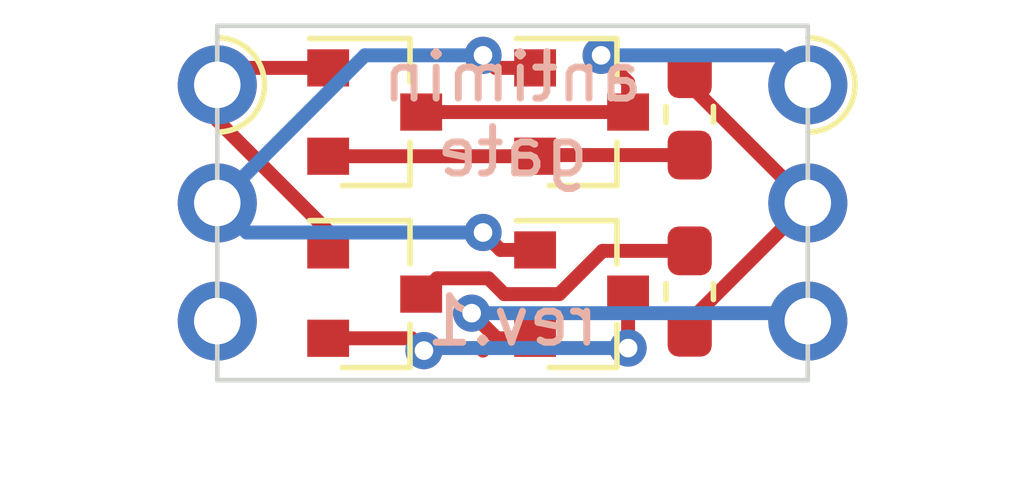
<source format=kicad_pcb>
(kicad_pcb (version 20171130) (host pcbnew 5.1.6)

  (general
    (thickness 1.6)
    (drawings 6)
    (tracks 54)
    (zones 0)
    (modules 8)
    (nets 10)
  )

  (page A4)
  (layers
    (0 F.Cu signal)
    (31 B.Cu signal)
    (32 B.Adhes user)
    (33 F.Adhes user)
    (34 B.Paste user)
    (35 F.Paste user)
    (36 B.SilkS user)
    (37 F.SilkS user)
    (38 B.Mask user)
    (39 F.Mask user)
    (40 Dwgs.User user)
    (41 Cmts.User user)
    (42 Eco1.User user)
    (43 Eco2.User user)
    (44 Edge.Cuts user)
    (45 Margin user)
    (46 B.CrtYd user)
    (47 F.CrtYd user)
    (48 B.Fab user)
    (49 F.Fab user)
  )

  (setup
    (last_trace_width 0.3)
    (user_trace_width 0.3)
    (trace_clearance 0.2)
    (zone_clearance 0.508)
    (zone_45_only no)
    (trace_min 0.2)
    (via_size 0.8)
    (via_drill 0.4)
    (via_min_size 0.4)
    (via_min_drill 0.3)
    (uvia_size 0.3)
    (uvia_drill 0.1)
    (uvias_allowed no)
    (uvia_min_size 0.2)
    (uvia_min_drill 0.1)
    (edge_width 0.05)
    (segment_width 0.2)
    (pcb_text_width 0.3)
    (pcb_text_size 1.5 1.5)
    (mod_edge_width 0.12)
    (mod_text_size 1 1)
    (mod_text_width 0.15)
    (pad_size 1.524 1.524)
    (pad_drill 0.762)
    (pad_to_mask_clearance 0.05)
    (aux_axis_origin 0 0)
    (visible_elements FFFFFF7F)
    (pcbplotparams
      (layerselection 0x010fc_ffffffff)
      (usegerberextensions false)
      (usegerberattributes true)
      (usegerberadvancedattributes true)
      (creategerberjobfile true)
      (excludeedgelayer true)
      (linewidth 0.100000)
      (plotframeref false)
      (viasonmask false)
      (mode 1)
      (useauxorigin false)
      (hpglpennumber 1)
      (hpglpenspeed 20)
      (hpglpendiameter 15.000000)
      (psnegative false)
      (psa4output false)
      (plotreference true)
      (plotvalue true)
      (plotinvisibletext false)
      (padsonsilk false)
      (subtractmaskfromsilk false)
      (outputformat 1)
      (mirror false)
      (drillshape 0)
      (scaleselection 1)
      (outputdirectory ""))
  )

  (net 0 "")
  (net 1 Vss)
  (net 2 Out)
  (net 3 B)
  (net 4 Vdd)
  (net 5 A)
  (net 6 "Net-(Q1-Pad2)")
  (net 7 "Net-(Q3-Pad3)")
  (net 8 "Net-(Q3-Pad2)")
  (net 9 "Net-(J1-Pad3)")

  (net_class Default "This is the default net class."
    (clearance 0.2)
    (trace_width 0.25)
    (via_dia 0.8)
    (via_drill 0.4)
    (uvia_dia 0.3)
    (uvia_drill 0.1)
    (add_net A)
    (add_net B)
    (add_net "Net-(J1-Pad3)")
    (add_net "Net-(Q1-Pad2)")
    (add_net "Net-(Q3-Pad2)")
    (add_net "Net-(Q3-Pad3)")
    (add_net Out)
    (add_net Vdd)
    (add_net Vss)
  )

  (module Resistor_SMD:R_0603_1608Metric_Pad1.05x0.95mm_HandSolder (layer F.Cu) (tedit 5B301BBD) (tstamp 5FE252E8)
    (at 88.265 56.515 90)
    (descr "Resistor SMD 0603 (1608 Metric), square (rectangular) end terminal, IPC_7351 nominal with elongated pad for handsoldering. (Body size source: http://www.tortai-tech.com/upload/download/2011102023233369053.pdf), generated with kicad-footprint-generator")
    (tags "resistor handsolder")
    (path /5FDFECE1)
    (attr smd)
    (fp_text reference R2 (at 0 -1.43 90) (layer F.SilkS) hide
      (effects (font (size 1 1) (thickness 0.15)))
    )
    (fp_text value 12k (at 0 1.43 90) (layer F.Fab)
      (effects (font (size 1 1) (thickness 0.15)))
    )
    (fp_line (start 1.65 0.73) (end -1.65 0.73) (layer F.CrtYd) (width 0.05))
    (fp_line (start 1.65 -0.73) (end 1.65 0.73) (layer F.CrtYd) (width 0.05))
    (fp_line (start -1.65 -0.73) (end 1.65 -0.73) (layer F.CrtYd) (width 0.05))
    (fp_line (start -1.65 0.73) (end -1.65 -0.73) (layer F.CrtYd) (width 0.05))
    (fp_line (start -0.171267 0.51) (end 0.171267 0.51) (layer F.SilkS) (width 0.12))
    (fp_line (start -0.171267 -0.51) (end 0.171267 -0.51) (layer F.SilkS) (width 0.12))
    (fp_line (start 0.8 0.4) (end -0.8 0.4) (layer F.Fab) (width 0.1))
    (fp_line (start 0.8 -0.4) (end 0.8 0.4) (layer F.Fab) (width 0.1))
    (fp_line (start -0.8 -0.4) (end 0.8 -0.4) (layer F.Fab) (width 0.1))
    (fp_line (start -0.8 0.4) (end -0.8 -0.4) (layer F.Fab) (width 0.1))
    (fp_text user %R (at 0 0 90) (layer F.Fab)
      (effects (font (size 0.4 0.4) (thickness 0.06)))
    )
    (pad 1 smd roundrect (at -0.875 0 90) (size 1.05 0.95) (layers F.Cu F.Paste F.Mask) (roundrect_rratio 0.25)
      (net 2 Out))
    (pad 2 smd roundrect (at 0.875 0 90) (size 1.05 0.95) (layers F.Cu F.Paste F.Mask) (roundrect_rratio 0.25)
      (net 7 "Net-(Q3-Pad3)"))
    (model ${KISYS3DMOD}/Resistor_SMD.3dshapes/R_0603_1608Metric.wrl
      (at (xyz 0 0 0))
      (scale (xyz 1 1 1))
      (rotate (xyz 0 0 0))
    )
  )

  (module Resistor_SMD:R_0603_1608Metric_Pad1.05x0.95mm_HandSolder (layer F.Cu) (tedit 5B301BBD) (tstamp 5FE252D7)
    (at 88.265 52.705 90)
    (descr "Resistor SMD 0603 (1608 Metric), square (rectangular) end terminal, IPC_7351 nominal with elongated pad for handsoldering. (Body size source: http://www.tortai-tech.com/upload/download/2011102023233369053.pdf), generated with kicad-footprint-generator")
    (tags "resistor handsolder")
    (path /5FEDDDB7)
    (attr smd)
    (fp_text reference R1 (at 0 -1.43 90) (layer F.SilkS) hide
      (effects (font (size 1 1) (thickness 0.15)))
    )
    (fp_text value 12k (at 0 1.43 90) (layer F.Fab)
      (effects (font (size 1 1) (thickness 0.15)))
    )
    (fp_text user %R (at 0 0 90) (layer F.Fab)
      (effects (font (size 0.4 0.4) (thickness 0.06)))
    )
    (fp_line (start -0.8 0.4) (end -0.8 -0.4) (layer F.Fab) (width 0.1))
    (fp_line (start -0.8 -0.4) (end 0.8 -0.4) (layer F.Fab) (width 0.1))
    (fp_line (start 0.8 -0.4) (end 0.8 0.4) (layer F.Fab) (width 0.1))
    (fp_line (start 0.8 0.4) (end -0.8 0.4) (layer F.Fab) (width 0.1))
    (fp_line (start -0.171267 -0.51) (end 0.171267 -0.51) (layer F.SilkS) (width 0.12))
    (fp_line (start -0.171267 0.51) (end 0.171267 0.51) (layer F.SilkS) (width 0.12))
    (fp_line (start -1.65 0.73) (end -1.65 -0.73) (layer F.CrtYd) (width 0.05))
    (fp_line (start -1.65 -0.73) (end 1.65 -0.73) (layer F.CrtYd) (width 0.05))
    (fp_line (start 1.65 -0.73) (end 1.65 0.73) (layer F.CrtYd) (width 0.05))
    (fp_line (start 1.65 0.73) (end -1.65 0.73) (layer F.CrtYd) (width 0.05))
    (pad 2 smd roundrect (at 0.875 0 90) (size 1.05 0.95) (layers F.Cu F.Paste F.Mask) (roundrect_rratio 0.25)
      (net 2 Out))
    (pad 1 smd roundrect (at -0.875 0 90) (size 1.05 0.95) (layers F.Cu F.Paste F.Mask) (roundrect_rratio 0.25)
      (net 6 "Net-(Q1-Pad2)"))
    (model ${KISYS3DMOD}/Resistor_SMD.3dshapes/R_0603_1608Metric.wrl
      (at (xyz 0 0 0))
      (scale (xyz 1 1 1))
      (rotate (xyz 0 0 0))
    )
  )

  (module Package_TO_SOT_SMD:SOT-23 (layer F.Cu) (tedit 5A02FF57) (tstamp 5FE252C6)
    (at 85.94 56.57)
    (descr "SOT-23, Standard")
    (tags SOT-23)
    (path /5FDF6C13)
    (attr smd)
    (fp_text reference Q4 (at 0 -2.5) (layer F.SilkS) hide
      (effects (font (size 1 1) (thickness 0.15)))
    )
    (fp_text value 2N7002E (at 0 2.5) (layer F.Fab)
      (effects (font (size 1 1) (thickness 0.15)))
    )
    (fp_text user %R (at 0 0 90) (layer F.Fab)
      (effects (font (size 0.5 0.5) (thickness 0.075)))
    )
    (fp_line (start -0.7 -0.95) (end -0.7 1.5) (layer F.Fab) (width 0.1))
    (fp_line (start -0.15 -1.52) (end 0.7 -1.52) (layer F.Fab) (width 0.1))
    (fp_line (start -0.7 -0.95) (end -0.15 -1.52) (layer F.Fab) (width 0.1))
    (fp_line (start 0.7 -1.52) (end 0.7 1.52) (layer F.Fab) (width 0.1))
    (fp_line (start -0.7 1.52) (end 0.7 1.52) (layer F.Fab) (width 0.1))
    (fp_line (start 0.76 1.58) (end 0.76 0.65) (layer F.SilkS) (width 0.12))
    (fp_line (start 0.76 -1.58) (end 0.76 -0.65) (layer F.SilkS) (width 0.12))
    (fp_line (start -1.7 -1.75) (end 1.7 -1.75) (layer F.CrtYd) (width 0.05))
    (fp_line (start 1.7 -1.75) (end 1.7 1.75) (layer F.CrtYd) (width 0.05))
    (fp_line (start 1.7 1.75) (end -1.7 1.75) (layer F.CrtYd) (width 0.05))
    (fp_line (start -1.7 1.75) (end -1.7 -1.75) (layer F.CrtYd) (width 0.05))
    (fp_line (start 0.76 -1.58) (end -1.4 -1.58) (layer F.SilkS) (width 0.12))
    (fp_line (start 0.76 1.58) (end -0.7 1.58) (layer F.SilkS) (width 0.12))
    (pad 3 smd rect (at 1 0) (size 0.9 0.8) (layers F.Cu F.Paste F.Mask)
      (net 8 "Net-(Q3-Pad2)"))
    (pad 2 smd rect (at -1 0.95) (size 0.9 0.8) (layers F.Cu F.Paste F.Mask)
      (net 1 Vss))
    (pad 1 smd rect (at -1 -0.95) (size 0.9 0.8) (layers F.Cu F.Paste F.Mask)
      (net 3 B))
    (model ${KISYS3DMOD}/Package_TO_SOT_SMD.3dshapes/SOT-23.wrl
      (at (xyz 0 0 0))
      (scale (xyz 1 1 1))
      (rotate (xyz 0 0 0))
    )
  )

  (module Package_TO_SOT_SMD:SOT-23 (layer F.Cu) (tedit 5A02FF57) (tstamp 5FE252B1)
    (at 81.49 56.57)
    (descr "SOT-23, Standard")
    (tags SOT-23)
    (path /5FDF24F2)
    (attr smd)
    (fp_text reference Q3 (at 0 -2.5) (layer F.SilkS) hide
      (effects (font (size 1 1) (thickness 0.15)))
    )
    (fp_text value 2N7002E (at 0 2.5) (layer F.Fab)
      (effects (font (size 1 1) (thickness 0.15)))
    )
    (fp_text user %R (at 0 0 90) (layer F.Fab)
      (effects (font (size 0.5 0.5) (thickness 0.075)))
    )
    (fp_line (start -0.7 -0.95) (end -0.7 1.5) (layer F.Fab) (width 0.1))
    (fp_line (start -0.15 -1.52) (end 0.7 -1.52) (layer F.Fab) (width 0.1))
    (fp_line (start -0.7 -0.95) (end -0.15 -1.52) (layer F.Fab) (width 0.1))
    (fp_line (start 0.7 -1.52) (end 0.7 1.52) (layer F.Fab) (width 0.1))
    (fp_line (start -0.7 1.52) (end 0.7 1.52) (layer F.Fab) (width 0.1))
    (fp_line (start 0.76 1.58) (end 0.76 0.65) (layer F.SilkS) (width 0.12))
    (fp_line (start 0.76 -1.58) (end 0.76 -0.65) (layer F.SilkS) (width 0.12))
    (fp_line (start -1.7 -1.75) (end 1.7 -1.75) (layer F.CrtYd) (width 0.05))
    (fp_line (start 1.7 -1.75) (end 1.7 1.75) (layer F.CrtYd) (width 0.05))
    (fp_line (start 1.7 1.75) (end -1.7 1.75) (layer F.CrtYd) (width 0.05))
    (fp_line (start -1.7 1.75) (end -1.7 -1.75) (layer F.CrtYd) (width 0.05))
    (fp_line (start 0.76 -1.58) (end -1.4 -1.58) (layer F.SilkS) (width 0.12))
    (fp_line (start 0.76 1.58) (end -0.7 1.58) (layer F.SilkS) (width 0.12))
    (pad 3 smd rect (at 1 0) (size 0.9 0.8) (layers F.Cu F.Paste F.Mask)
      (net 7 "Net-(Q3-Pad3)"))
    (pad 2 smd rect (at -1 0.95) (size 0.9 0.8) (layers F.Cu F.Paste F.Mask)
      (net 8 "Net-(Q3-Pad2)"))
    (pad 1 smd rect (at -1 -0.95) (size 0.9 0.8) (layers F.Cu F.Paste F.Mask)
      (net 5 A))
    (model ${KISYS3DMOD}/Package_TO_SOT_SMD.3dshapes/SOT-23.wrl
      (at (xyz 0 0 0))
      (scale (xyz 1 1 1))
      (rotate (xyz 0 0 0))
    )
  )

  (module Package_TO_SOT_SMD:SOT-23 (layer F.Cu) (tedit 5A02FF57) (tstamp 5FE2529C)
    (at 85.94 52.655)
    (descr "SOT-23, Standard")
    (tags SOT-23)
    (path /5FDEFB0A)
    (attr smd)
    (fp_text reference Q2 (at 0 -2.5) (layer F.SilkS) hide
      (effects (font (size 1 1) (thickness 0.15)))
    )
    (fp_text value BSS84 (at 0 2.5) (layer F.Fab)
      (effects (font (size 1 1) (thickness 0.15)))
    )
    (fp_text user %R (at 0 0 90) (layer F.Fab)
      (effects (font (size 0.5 0.5) (thickness 0.075)))
    )
    (fp_line (start -0.7 -0.95) (end -0.7 1.5) (layer F.Fab) (width 0.1))
    (fp_line (start -0.15 -1.52) (end 0.7 -1.52) (layer F.Fab) (width 0.1))
    (fp_line (start -0.7 -0.95) (end -0.15 -1.52) (layer F.Fab) (width 0.1))
    (fp_line (start 0.7 -1.52) (end 0.7 1.52) (layer F.Fab) (width 0.1))
    (fp_line (start -0.7 1.52) (end 0.7 1.52) (layer F.Fab) (width 0.1))
    (fp_line (start 0.76 1.58) (end 0.76 0.65) (layer F.SilkS) (width 0.12))
    (fp_line (start 0.76 -1.58) (end 0.76 -0.65) (layer F.SilkS) (width 0.12))
    (fp_line (start -1.7 -1.75) (end 1.7 -1.75) (layer F.CrtYd) (width 0.05))
    (fp_line (start 1.7 -1.75) (end 1.7 1.75) (layer F.CrtYd) (width 0.05))
    (fp_line (start 1.7 1.75) (end -1.7 1.75) (layer F.CrtYd) (width 0.05))
    (fp_line (start -1.7 1.75) (end -1.7 -1.75) (layer F.CrtYd) (width 0.05))
    (fp_line (start 0.76 -1.58) (end -1.4 -1.58) (layer F.SilkS) (width 0.12))
    (fp_line (start 0.76 1.58) (end -0.7 1.58) (layer F.SilkS) (width 0.12))
    (pad 3 smd rect (at 1 0) (size 0.9 0.8) (layers F.Cu F.Paste F.Mask)
      (net 4 Vdd))
    (pad 2 smd rect (at -1 0.95) (size 0.9 0.8) (layers F.Cu F.Paste F.Mask)
      (net 6 "Net-(Q1-Pad2)"))
    (pad 1 smd rect (at -1 -0.95) (size 0.9 0.8) (layers F.Cu F.Paste F.Mask)
      (net 3 B))
    (model ${KISYS3DMOD}/Package_TO_SOT_SMD.3dshapes/SOT-23.wrl
      (at (xyz 0 0 0))
      (scale (xyz 1 1 1))
      (rotate (xyz 0 0 0))
    )
  )

  (module Package_TO_SOT_SMD:SOT-23 (layer F.Cu) (tedit 5A02FF57) (tstamp 5FE25287)
    (at 81.49 52.655)
    (descr "SOT-23, Standard")
    (tags SOT-23)
    (path /5FDF1E4D)
    (attr smd)
    (fp_text reference Q1 (at 0 -2.5) (layer F.SilkS) hide
      (effects (font (size 1 1) (thickness 0.15)))
    )
    (fp_text value BSS84 (at 0 2.5) (layer F.Fab)
      (effects (font (size 1 1) (thickness 0.15)))
    )
    (fp_text user %R (at 0 0 90) (layer F.Fab)
      (effects (font (size 0.5 0.5) (thickness 0.075)))
    )
    (fp_line (start -0.7 -0.95) (end -0.7 1.5) (layer F.Fab) (width 0.1))
    (fp_line (start -0.15 -1.52) (end 0.7 -1.52) (layer F.Fab) (width 0.1))
    (fp_line (start -0.7 -0.95) (end -0.15 -1.52) (layer F.Fab) (width 0.1))
    (fp_line (start 0.7 -1.52) (end 0.7 1.52) (layer F.Fab) (width 0.1))
    (fp_line (start -0.7 1.52) (end 0.7 1.52) (layer F.Fab) (width 0.1))
    (fp_line (start 0.76 1.58) (end 0.76 0.65) (layer F.SilkS) (width 0.12))
    (fp_line (start 0.76 -1.58) (end 0.76 -0.65) (layer F.SilkS) (width 0.12))
    (fp_line (start -1.7 -1.75) (end 1.7 -1.75) (layer F.CrtYd) (width 0.05))
    (fp_line (start 1.7 -1.75) (end 1.7 1.75) (layer F.CrtYd) (width 0.05))
    (fp_line (start 1.7 1.75) (end -1.7 1.75) (layer F.CrtYd) (width 0.05))
    (fp_line (start -1.7 1.75) (end -1.7 -1.75) (layer F.CrtYd) (width 0.05))
    (fp_line (start 0.76 -1.58) (end -1.4 -1.58) (layer F.SilkS) (width 0.12))
    (fp_line (start 0.76 1.58) (end -0.7 1.58) (layer F.SilkS) (width 0.12))
    (pad 3 smd rect (at 1 0) (size 0.9 0.8) (layers F.Cu F.Paste F.Mask)
      (net 4 Vdd))
    (pad 2 smd rect (at -1 0.95) (size 0.9 0.8) (layers F.Cu F.Paste F.Mask)
      (net 6 "Net-(Q1-Pad2)"))
    (pad 1 smd rect (at -1 -0.95) (size 0.9 0.8) (layers F.Cu F.Paste F.Mask)
      (net 5 A))
    (model ${KISYS3DMOD}/Package_TO_SOT_SMD.3dshapes/SOT-23.wrl
      (at (xyz 0 0 0))
      (scale (xyz 1 1 1))
      (rotate (xyz 0 0 0))
    )
  )

  (module Castellation:Edge_Castellation_1x03_P2.54 (layer F.Cu) (tedit 5FE23D9F) (tstamp 5FE25272)
    (at 90.805 52.07)
    (descr "Edge Castellation, 1x03, 2.54mm pitch, single row")
    (tags "Castellation Edge 1x03 2.54mm single row")
    (path /5FE289D5)
    (fp_text reference J2 (at 0 -2.54) (layer F.SilkS) hide
      (effects (font (size 1 1) (thickness 0.15)))
    )
    (fp_text value Conn_01x03 (at 0 7.85) (layer F.Fab)
      (effects (font (size 1 1) (thickness 0.15)))
    )
    (fp_text user %R (at 0 2.54 90) (layer F.Fab)
      (effects (font (size 1 1) (thickness 0.15)))
    )
    (fp_arc (start 0 0) (end 0 1.016) (angle -180) (layer F.SilkS) (width 0.12))
    (fp_line (start -1.8 6.85) (end -1.8 -1.8) (layer F.CrtYd) (width 0.05))
    (fp_line (start 1.75 6.85) (end -1.8 6.85) (layer F.CrtYd) (width 0.05))
    (fp_line (start 1.75 -1.8) (end 1.75 6.85) (layer F.CrtYd) (width 0.05))
    (fp_line (start -1.8 -1.8) (end 1.75 -1.8) (layer F.CrtYd) (width 0.05))
    (fp_line (start -1.27 6.35) (end -1.27 -1.27) (layer F.Fab) (width 0.1))
    (fp_line (start 1.27 6.35) (end -1.27 6.35) (layer F.Fab) (width 0.1))
    (fp_line (start 1.27 -0.635) (end 1.27 6.35) (layer F.Fab) (width 0.1))
    (fp_line (start 0.635 -1.27) (end 1.27 -0.635) (layer F.Fab) (width 0.1))
    (fp_line (start -1.27 -1.27) (end 0.635 -1.27) (layer F.Fab) (width 0.1))
    (pad 1 thru_hole oval (at 0 0) (size 1.7 1.7) (drill 1) (layers *.Cu *.Mask)
      (net 4 Vdd))
    (pad 2 thru_hole oval (at 0 2.54) (size 1.7 1.7) (drill 1) (layers *.Cu *.Mask)
      (net 2 Out))
    (pad 3 thru_hole oval (at 0 5.08) (size 1.7 1.7) (drill 1) (layers *.Cu *.Mask)
      (net 1 Vss))
  )

  (module Castellation:Edge_Castellation_1x03_P2.54 (layer F.Cu) (tedit 5FE23D9F) (tstamp 5FE25260)
    (at 78.105 52.07)
    (descr "Edge Castellation, 1x03, 2.54mm pitch, single row")
    (tags "Castellation Edge 1x03 2.54mm single row")
    (path /5FE257B2)
    (fp_text reference J1 (at 0 -2.54) (layer F.SilkS) hide
      (effects (font (size 1 1) (thickness 0.15)))
    )
    (fp_text value Conn_01x03 (at 0 7.85) (layer F.Fab)
      (effects (font (size 1 1) (thickness 0.15)))
    )
    (fp_text user %R (at 0 2.54 90) (layer F.Fab)
      (effects (font (size 1 1) (thickness 0.15)))
    )
    (fp_arc (start 0 0) (end 0 1.016) (angle -180) (layer F.SilkS) (width 0.12))
    (fp_line (start -1.8 6.85) (end -1.8 -1.8) (layer F.CrtYd) (width 0.05))
    (fp_line (start 1.75 6.85) (end -1.8 6.85) (layer F.CrtYd) (width 0.05))
    (fp_line (start 1.75 -1.8) (end 1.75 6.85) (layer F.CrtYd) (width 0.05))
    (fp_line (start -1.8 -1.8) (end 1.75 -1.8) (layer F.CrtYd) (width 0.05))
    (fp_line (start -1.27 6.35) (end -1.27 -1.27) (layer F.Fab) (width 0.1))
    (fp_line (start 1.27 6.35) (end -1.27 6.35) (layer F.Fab) (width 0.1))
    (fp_line (start 1.27 -0.635) (end 1.27 6.35) (layer F.Fab) (width 0.1))
    (fp_line (start 0.635 -1.27) (end 1.27 -0.635) (layer F.Fab) (width 0.1))
    (fp_line (start -1.27 -1.27) (end 0.635 -1.27) (layer F.Fab) (width 0.1))
    (pad 1 thru_hole oval (at 0 0) (size 1.7 1.7) (drill 1) (layers *.Cu *.Mask)
      (net 5 A))
    (pad 2 thru_hole oval (at 0 2.54) (size 1.7 1.7) (drill 1) (layers *.Cu *.Mask)
      (net 3 B))
    (pad 3 thru_hole oval (at 0 5.08) (size 1.7 1.7) (drill 1) (layers *.Cu *.Mask)
      (net 9 "Net-(J1-Pad3)"))
  )

  (gr_text rev.1 (at 84.455 57.15) (layer B.SilkS)
    (effects (font (size 1 1) (thickness 0.15)) (justify mirror))
  )
  (gr_text "antimin\ngate" (at 84.455 52.705) (layer B.SilkS)
    (effects (font (size 1 1) (thickness 0.15)) (justify mirror))
  )
  (gr_line (start 90.805 50.8) (end 90.805 58.42) (layer Edge.Cuts) (width 0.1))
  (gr_line (start 78.105 50.8) (end 90.805 50.8) (layer Edge.Cuts) (width 0.1))
  (gr_line (start 78.105 58.42) (end 78.105 50.8) (layer Edge.Cuts) (width 0.1))
  (gr_line (start 90.805 58.42) (end 78.105 58.42) (layer Edge.Cuts) (width 0.1))

  (segment (start 83.82 57.785) (end 83.82 57.785) (width 0.3) (layer F.Cu) (net 1) (tstamp 5FE25A15))
  (segment (start 84.116056 57.52) (end 83.576046 56.97999) (width 0.3) (layer F.Cu) (net 1))
  (segment (start 84.94 57.52) (end 84.116056 57.52) (width 0.3) (layer F.Cu) (net 1))
  (via (at 83.576046 56.97999) (size 0.8) (drill 0.4) (layers F.Cu B.Cu) (net 1))
  (segment (start 90.63499 56.97999) (end 90.805 57.15) (width 0.3) (layer B.Cu) (net 1))
  (segment (start 83.576046 56.97999) (end 90.63499 56.97999) (width 0.3) (layer B.Cu) (net 1))
  (segment (start 88.265 52.07) (end 90.805 54.61) (width 0.3) (layer F.Cu) (net 2))
  (segment (start 88.265 51.83) (end 88.265 52.07) (width 0.3) (layer F.Cu) (net 2))
  (segment (start 88.265 57.15) (end 90.805 54.61) (width 0.3) (layer F.Cu) (net 2))
  (segment (start 88.265 57.39) (end 88.265 57.15) (width 0.3) (layer F.Cu) (net 2))
  (segment (start 84.94 51.705) (end 84.09 51.705) (width 0.3) (layer F.Cu) (net 3))
  (segment (start 84.09 51.705) (end 83.82 51.435) (width 0.3) (layer F.Cu) (net 3))
  (segment (start 84.94 55.62) (end 84.195 55.62) (width 0.3) (layer F.Cu) (net 3))
  (segment (start 84.195 55.62) (end 83.82 55.245) (width 0.3) (layer F.Cu) (net 3))
  (segment (start 83.82 51.435) (end 83.82 51.435) (width 0.3) (layer F.Cu) (net 3) (tstamp 5FE25A0F))
  (segment (start 83.82 55.245) (end 83.82 55.245) (width 0.3) (layer F.Cu) (net 3) (tstamp 5FE25A11))
  (segment (start 83.82 51.435) (end 83.82 51.435) (width 0.3) (layer F.Cu) (net 3) (tstamp 5FE25AA1))
  (via (at 83.82 51.435) (size 0.8) (drill 0.4) (layers F.Cu B.Cu) (net 3))
  (segment (start 83.82 55.245) (end 83.82 55.245) (width 0.3) (layer F.Cu) (net 3) (tstamp 5FE25AA3))
  (via (at 83.82 55.245) (size 0.8) (drill 0.4) (layers F.Cu B.Cu) (net 3))
  (segment (start 81.28 51.435) (end 78.50501 54.20999) (width 0.3) (layer B.Cu) (net 3))
  (segment (start 83.82 51.435) (end 81.28 51.435) (width 0.3) (layer B.Cu) (net 3))
  (segment (start 78.74 55.245) (end 78.50501 55.01001) (width 0.3) (layer B.Cu) (net 3))
  (segment (start 83.82 55.245) (end 78.74 55.245) (width 0.3) (layer B.Cu) (net 3))
  (segment (start 82.49 52.655) (end 86.94 52.655) (width 0.3) (layer F.Cu) (net 4))
  (segment (start 86.94 52.655) (end 86.94 52.015) (width 0.3) (layer F.Cu) (net 4))
  (segment (start 86.94 52.015) (end 86.36 51.435) (width 0.3) (layer F.Cu) (net 4))
  (segment (start 86.36 51.435) (end 86.36 51.435) (width 0.3) (layer F.Cu) (net 4) (tstamp 5FE25A65))
  (via (at 86.36 51.435) (size 0.8) (drill 0.4) (layers F.Cu B.Cu) (net 4))
  (segment (start 90.17 51.435) (end 90.805 52.07) (width 0.3) (layer B.Cu) (net 4))
  (segment (start 86.36 51.435) (end 90.17 51.435) (width 0.3) (layer B.Cu) (net 4))
  (segment (start 78.105 52.833998) (end 78.105 52.07) (width 0.3) (layer F.Cu) (net 5))
  (segment (start 80.49 55.218998) (end 78.105 52.833998) (width 0.3) (layer F.Cu) (net 5))
  (segment (start 80.49 55.62) (end 80.49 55.218998) (width 0.3) (layer F.Cu) (net 5))
  (segment (start 78.47 51.705) (end 78.105 52.07) (width 0.3) (layer F.Cu) (net 5))
  (segment (start 80.49 51.705) (end 78.47 51.705) (width 0.3) (layer F.Cu) (net 5))
  (segment (start 80.49 53.605) (end 84.94 53.605) (width 0.3) (layer F.Cu) (net 6))
  (segment (start 84.965 53.58) (end 84.94 53.605) (width 0.3) (layer F.Cu) (net 6))
  (segment (start 88.265 53.58) (end 84.965 53.58) (width 0.3) (layer F.Cu) (net 6))
  (segment (start 88.265 55.64) (end 86.389998 55.64) (width 0.3) (layer F.Cu) (net 7))
  (segment (start 83.936048 56.229988) (end 82.830012 56.229988) (width 0.3) (layer F.Cu) (net 7))
  (segment (start 82.830012 56.229988) (end 82.49 56.57) (width 0.3) (layer F.Cu) (net 7))
  (segment (start 84.27606 56.57) (end 83.936048 56.229988) (width 0.3) (layer F.Cu) (net 7))
  (segment (start 86.389998 55.64) (end 85.459998 56.57) (width 0.3) (layer F.Cu) (net 7))
  (segment (start 85.459998 56.57) (end 84.27606 56.57) (width 0.3) (layer F.Cu) (net 7))
  (segment (start 86.94 56.57) (end 86.94 57.73) (width 0.3) (layer F.Cu) (net 8))
  (segment (start 80.49 57.52) (end 82.285 57.52) (width 0.3) (layer F.Cu) (net 8))
  (segment (start 82.285 57.52) (end 82.55 57.785) (width 0.3) (layer F.Cu) (net 8))
  (segment (start 82.55 57.785) (end 82.55 57.785) (width 0.3) (layer F.Cu) (net 8) (tstamp 5FE25A13))
  (via (at 82.55 57.785) (size 0.8) (drill 0.4) (layers F.Cu B.Cu) (net 8))
  (segment (start 86.94 57.73) (end 86.94 57.73) (width 0.3) (layer F.Cu) (net 8) (tstamp 5FE25A17))
  (via (at 86.94 57.73) (size 0.8) (drill 0.4) (layers F.Cu B.Cu) (net 8))
  (segment (start 86.94 57.73) (end 82.605 57.73) (width 0.3) (layer B.Cu) (net 8))
  (segment (start 82.605 57.73) (end 82.55 57.785) (width 0.3) (layer B.Cu) (net 8))

)

</source>
